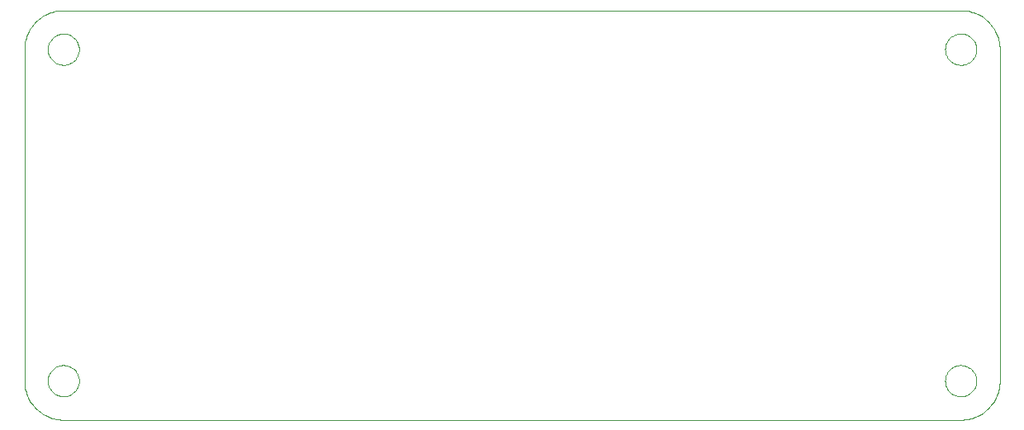
<source format=gbp>
G75*
G70*
%OFA0B0*%
%FSLAX24Y24*%
%IPPOS*%
%LPD*%
%AMOC8*
5,1,8,0,0,1.08239X$1,22.5*
%
%ADD10C,0.0000*%
D10*
X001755Y000180D02*
X037975Y000180D01*
X037345Y001755D02*
X037347Y001805D01*
X037353Y001855D01*
X037363Y001904D01*
X037377Y001952D01*
X037394Y001999D01*
X037415Y002044D01*
X037440Y002088D01*
X037468Y002129D01*
X037500Y002168D01*
X037534Y002205D01*
X037571Y002239D01*
X037611Y002269D01*
X037653Y002296D01*
X037697Y002320D01*
X037743Y002341D01*
X037790Y002357D01*
X037838Y002370D01*
X037888Y002379D01*
X037937Y002384D01*
X037988Y002385D01*
X038038Y002382D01*
X038087Y002375D01*
X038136Y002364D01*
X038184Y002349D01*
X038230Y002331D01*
X038275Y002309D01*
X038318Y002283D01*
X038359Y002254D01*
X038398Y002222D01*
X038434Y002187D01*
X038466Y002149D01*
X038496Y002109D01*
X038523Y002066D01*
X038546Y002022D01*
X038565Y001976D01*
X038581Y001928D01*
X038593Y001879D01*
X038601Y001830D01*
X038605Y001780D01*
X038605Y001730D01*
X038601Y001680D01*
X038593Y001631D01*
X038581Y001582D01*
X038565Y001534D01*
X038546Y001488D01*
X038523Y001444D01*
X038496Y001401D01*
X038466Y001361D01*
X038434Y001323D01*
X038398Y001288D01*
X038359Y001256D01*
X038318Y001227D01*
X038275Y001201D01*
X038230Y001179D01*
X038184Y001161D01*
X038136Y001146D01*
X038087Y001135D01*
X038038Y001128D01*
X037988Y001125D01*
X037937Y001126D01*
X037888Y001131D01*
X037838Y001140D01*
X037790Y001153D01*
X037743Y001169D01*
X037697Y001190D01*
X037653Y001214D01*
X037611Y001241D01*
X037571Y001271D01*
X037534Y001305D01*
X037500Y001342D01*
X037468Y001381D01*
X037440Y001422D01*
X037415Y001466D01*
X037394Y001511D01*
X037377Y001558D01*
X037363Y001606D01*
X037353Y001655D01*
X037347Y001705D01*
X037345Y001755D01*
X037975Y000180D02*
X038052Y000182D01*
X038129Y000188D01*
X038206Y000197D01*
X038282Y000210D01*
X038358Y000227D01*
X038432Y000248D01*
X038506Y000272D01*
X038578Y000300D01*
X038648Y000331D01*
X038717Y000366D01*
X038785Y000404D01*
X038850Y000445D01*
X038913Y000490D01*
X038974Y000538D01*
X039033Y000588D01*
X039089Y000641D01*
X039142Y000697D01*
X039192Y000756D01*
X039240Y000817D01*
X039285Y000880D01*
X039326Y000945D01*
X039364Y001013D01*
X039399Y001082D01*
X039430Y001152D01*
X039458Y001224D01*
X039482Y001298D01*
X039503Y001372D01*
X039520Y001448D01*
X039533Y001524D01*
X039542Y001601D01*
X039548Y001678D01*
X039550Y001755D01*
X039550Y015141D01*
X037345Y015141D02*
X037347Y015191D01*
X037353Y015241D01*
X037363Y015290D01*
X037377Y015338D01*
X037394Y015385D01*
X037415Y015430D01*
X037440Y015474D01*
X037468Y015515D01*
X037500Y015554D01*
X037534Y015591D01*
X037571Y015625D01*
X037611Y015655D01*
X037653Y015682D01*
X037697Y015706D01*
X037743Y015727D01*
X037790Y015743D01*
X037838Y015756D01*
X037888Y015765D01*
X037937Y015770D01*
X037988Y015771D01*
X038038Y015768D01*
X038087Y015761D01*
X038136Y015750D01*
X038184Y015735D01*
X038230Y015717D01*
X038275Y015695D01*
X038318Y015669D01*
X038359Y015640D01*
X038398Y015608D01*
X038434Y015573D01*
X038466Y015535D01*
X038496Y015495D01*
X038523Y015452D01*
X038546Y015408D01*
X038565Y015362D01*
X038581Y015314D01*
X038593Y015265D01*
X038601Y015216D01*
X038605Y015166D01*
X038605Y015116D01*
X038601Y015066D01*
X038593Y015017D01*
X038581Y014968D01*
X038565Y014920D01*
X038546Y014874D01*
X038523Y014830D01*
X038496Y014787D01*
X038466Y014747D01*
X038434Y014709D01*
X038398Y014674D01*
X038359Y014642D01*
X038318Y014613D01*
X038275Y014587D01*
X038230Y014565D01*
X038184Y014547D01*
X038136Y014532D01*
X038087Y014521D01*
X038038Y014514D01*
X037988Y014511D01*
X037937Y014512D01*
X037888Y014517D01*
X037838Y014526D01*
X037790Y014539D01*
X037743Y014555D01*
X037697Y014576D01*
X037653Y014600D01*
X037611Y014627D01*
X037571Y014657D01*
X037534Y014691D01*
X037500Y014728D01*
X037468Y014767D01*
X037440Y014808D01*
X037415Y014852D01*
X037394Y014897D01*
X037377Y014944D01*
X037363Y014992D01*
X037353Y015041D01*
X037347Y015091D01*
X037345Y015141D01*
X037975Y016716D02*
X038052Y016714D01*
X038129Y016708D01*
X038206Y016699D01*
X038282Y016686D01*
X038358Y016669D01*
X038432Y016648D01*
X038506Y016624D01*
X038578Y016596D01*
X038648Y016565D01*
X038717Y016530D01*
X038785Y016492D01*
X038850Y016451D01*
X038913Y016406D01*
X038974Y016358D01*
X039033Y016308D01*
X039089Y016255D01*
X039142Y016199D01*
X039192Y016140D01*
X039240Y016079D01*
X039285Y016016D01*
X039326Y015951D01*
X039364Y015883D01*
X039399Y015814D01*
X039430Y015744D01*
X039458Y015672D01*
X039482Y015598D01*
X039503Y015524D01*
X039520Y015448D01*
X039533Y015372D01*
X039542Y015295D01*
X039548Y015218D01*
X039550Y015141D01*
X037975Y016715D02*
X001755Y016715D01*
X001125Y015141D02*
X001127Y015191D01*
X001133Y015241D01*
X001143Y015290D01*
X001157Y015338D01*
X001174Y015385D01*
X001195Y015430D01*
X001220Y015474D01*
X001248Y015515D01*
X001280Y015554D01*
X001314Y015591D01*
X001351Y015625D01*
X001391Y015655D01*
X001433Y015682D01*
X001477Y015706D01*
X001523Y015727D01*
X001570Y015743D01*
X001618Y015756D01*
X001668Y015765D01*
X001717Y015770D01*
X001768Y015771D01*
X001818Y015768D01*
X001867Y015761D01*
X001916Y015750D01*
X001964Y015735D01*
X002010Y015717D01*
X002055Y015695D01*
X002098Y015669D01*
X002139Y015640D01*
X002178Y015608D01*
X002214Y015573D01*
X002246Y015535D01*
X002276Y015495D01*
X002303Y015452D01*
X002326Y015408D01*
X002345Y015362D01*
X002361Y015314D01*
X002373Y015265D01*
X002381Y015216D01*
X002385Y015166D01*
X002385Y015116D01*
X002381Y015066D01*
X002373Y015017D01*
X002361Y014968D01*
X002345Y014920D01*
X002326Y014874D01*
X002303Y014830D01*
X002276Y014787D01*
X002246Y014747D01*
X002214Y014709D01*
X002178Y014674D01*
X002139Y014642D01*
X002098Y014613D01*
X002055Y014587D01*
X002010Y014565D01*
X001964Y014547D01*
X001916Y014532D01*
X001867Y014521D01*
X001818Y014514D01*
X001768Y014511D01*
X001717Y014512D01*
X001668Y014517D01*
X001618Y014526D01*
X001570Y014539D01*
X001523Y014555D01*
X001477Y014576D01*
X001433Y014600D01*
X001391Y014627D01*
X001351Y014657D01*
X001314Y014691D01*
X001280Y014728D01*
X001248Y014767D01*
X001220Y014808D01*
X001195Y014852D01*
X001174Y014897D01*
X001157Y014944D01*
X001143Y014992D01*
X001133Y015041D01*
X001127Y015091D01*
X001125Y015141D01*
X000180Y015141D02*
X000182Y015218D01*
X000188Y015295D01*
X000197Y015372D01*
X000210Y015448D01*
X000227Y015524D01*
X000248Y015598D01*
X000272Y015672D01*
X000300Y015744D01*
X000331Y015814D01*
X000366Y015883D01*
X000404Y015951D01*
X000445Y016016D01*
X000490Y016079D01*
X000538Y016140D01*
X000588Y016199D01*
X000641Y016255D01*
X000697Y016308D01*
X000756Y016358D01*
X000817Y016406D01*
X000880Y016451D01*
X000945Y016492D01*
X001013Y016530D01*
X001082Y016565D01*
X001152Y016596D01*
X001224Y016624D01*
X001298Y016648D01*
X001372Y016669D01*
X001448Y016686D01*
X001524Y016699D01*
X001601Y016708D01*
X001678Y016714D01*
X001755Y016716D01*
X000180Y015141D02*
X000180Y001755D01*
X001125Y001755D02*
X001127Y001805D01*
X001133Y001855D01*
X001143Y001904D01*
X001157Y001952D01*
X001174Y001999D01*
X001195Y002044D01*
X001220Y002088D01*
X001248Y002129D01*
X001280Y002168D01*
X001314Y002205D01*
X001351Y002239D01*
X001391Y002269D01*
X001433Y002296D01*
X001477Y002320D01*
X001523Y002341D01*
X001570Y002357D01*
X001618Y002370D01*
X001668Y002379D01*
X001717Y002384D01*
X001768Y002385D01*
X001818Y002382D01*
X001867Y002375D01*
X001916Y002364D01*
X001964Y002349D01*
X002010Y002331D01*
X002055Y002309D01*
X002098Y002283D01*
X002139Y002254D01*
X002178Y002222D01*
X002214Y002187D01*
X002246Y002149D01*
X002276Y002109D01*
X002303Y002066D01*
X002326Y002022D01*
X002345Y001976D01*
X002361Y001928D01*
X002373Y001879D01*
X002381Y001830D01*
X002385Y001780D01*
X002385Y001730D01*
X002381Y001680D01*
X002373Y001631D01*
X002361Y001582D01*
X002345Y001534D01*
X002326Y001488D01*
X002303Y001444D01*
X002276Y001401D01*
X002246Y001361D01*
X002214Y001323D01*
X002178Y001288D01*
X002139Y001256D01*
X002098Y001227D01*
X002055Y001201D01*
X002010Y001179D01*
X001964Y001161D01*
X001916Y001146D01*
X001867Y001135D01*
X001818Y001128D01*
X001768Y001125D01*
X001717Y001126D01*
X001668Y001131D01*
X001618Y001140D01*
X001570Y001153D01*
X001523Y001169D01*
X001477Y001190D01*
X001433Y001214D01*
X001391Y001241D01*
X001351Y001271D01*
X001314Y001305D01*
X001280Y001342D01*
X001248Y001381D01*
X001220Y001422D01*
X001195Y001466D01*
X001174Y001511D01*
X001157Y001558D01*
X001143Y001606D01*
X001133Y001655D01*
X001127Y001705D01*
X001125Y001755D01*
X000180Y001755D02*
X000182Y001678D01*
X000188Y001601D01*
X000197Y001524D01*
X000210Y001448D01*
X000227Y001372D01*
X000248Y001298D01*
X000272Y001224D01*
X000300Y001152D01*
X000331Y001082D01*
X000366Y001013D01*
X000404Y000945D01*
X000445Y000880D01*
X000490Y000817D01*
X000538Y000756D01*
X000588Y000697D01*
X000641Y000641D01*
X000697Y000588D01*
X000756Y000538D01*
X000817Y000490D01*
X000880Y000445D01*
X000945Y000404D01*
X001013Y000366D01*
X001082Y000331D01*
X001152Y000300D01*
X001224Y000272D01*
X001298Y000248D01*
X001372Y000227D01*
X001448Y000210D01*
X001524Y000197D01*
X001601Y000188D01*
X001678Y000182D01*
X001755Y000180D01*
M02*

</source>
